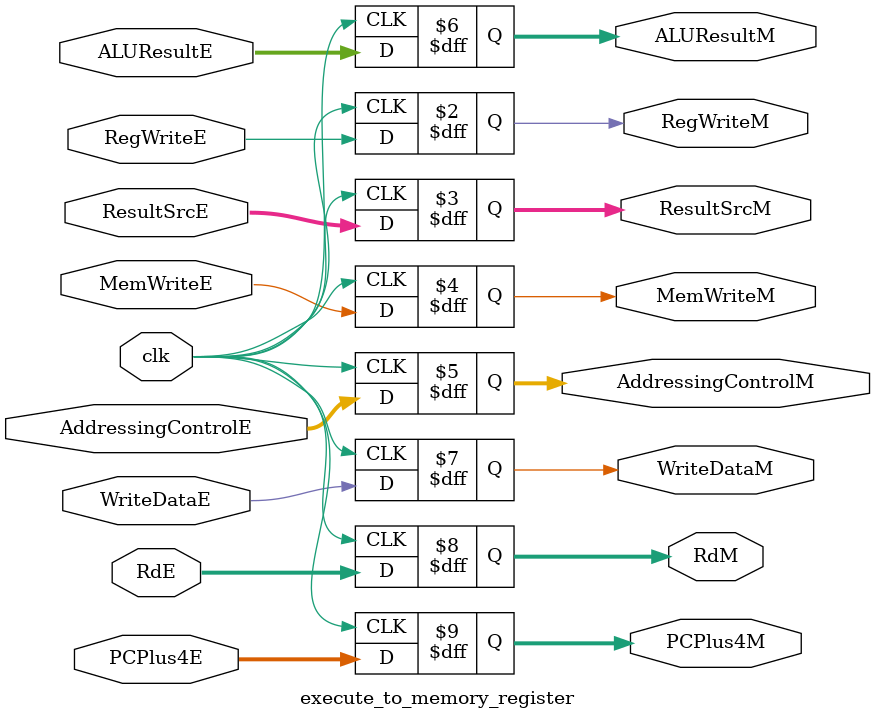
<source format=sv>
module execute_to_memory_register (

    input logic clk,
    input logic RegWriteE,
    input logic [1:0] ResultSrcE,
    input logic MemWriteE,
    input logic [2:0] AddressingControlE,

    input logic [31:0] ALUResultE,
    input logic WriteDataE,
    input logic [4:0] RdE,
    input logic [31:0] PCPlus4E,
    
    output logic RegWriteM,
    output logic [1:0] ResultSrcM,
    output logic MemWriteM,
    output logic [2:0] AddressingControlM,
    
    output logic [31:0] ALUResultM,
    output logic WriteDataM,
    output logic [4:0] RdM,
    output logic [31:0] PCPlus4M

);
    always_ff @(posedge clk) begin
        RegWriteM          <= RegWriteE;
        ResultSrcM         <= ResultSrcE;
        MemWriteM          <= MemWriteE;
        AddressingControlM <= AddressingControlE;

        ALUResultM   <= ALUResultE;
        WriteDataM   <= WriteDataE;
        RdM          <= RdE;
        PCPlus4M     <= PCPlus4E;
    end

endmodule

</source>
